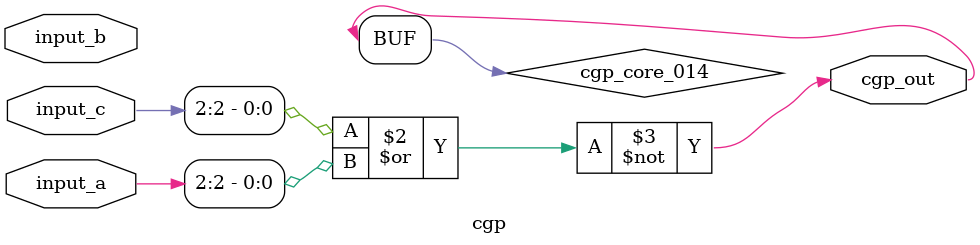
<source format=v>
module cgp(input [2:0] input_a, input [2:0] input_b, input [2:0] input_c, output [0:0] cgp_out);
  wire cgp_core_013;
  wire cgp_core_014;
  wire cgp_core_016;
  wire cgp_core_018;
  wire cgp_core_019;
  wire cgp_core_020;
  wire cgp_core_021;
  wire cgp_core_022;
  wire cgp_core_023;
  wire cgp_core_027;
  wire cgp_core_030;
  wire cgp_core_031;
  wire cgp_core_033_not;
  wire cgp_core_034;
  wire cgp_core_035;
  wire cgp_core_037;
  wire cgp_core_038;
  wire cgp_core_039;
  wire cgp_core_041;
  wire cgp_core_042;

  assign cgp_core_013 = input_b[0] | input_c[2];
  assign cgp_core_014 = ~(input_c[2] | input_a[2]);
  assign cgp_core_016 = input_a[2] ^ input_b[1];
  assign cgp_core_018 = ~(input_b[1] | input_a[2]);
  assign cgp_core_019 = input_c[2] ^ input_c[2];
  assign cgp_core_020 = ~(input_c[2] & input_b[0]);
  assign cgp_core_021 = ~(input_b[0] & input_c[1]);
  assign cgp_core_022 = input_a[1] | input_c[2];
  assign cgp_core_023 = ~(input_c[1] | input_a[1]);
  assign cgp_core_027 = input_c[0] | input_c[2];
  assign cgp_core_030 = ~(input_c[1] & input_c[2]);
  assign cgp_core_031 = input_a[1] | input_c[0];
  assign cgp_core_033_not = ~input_b[0];
  assign cgp_core_034 = ~input_b[2];
  assign cgp_core_035 = input_b[1] & input_c[2];
  assign cgp_core_037 = input_a[2] | input_a[0];
  assign cgp_core_038 = ~(input_a[0] & input_a[1]);
  assign cgp_core_039 = input_c[2] ^ input_b[0];
  assign cgp_core_041 = input_b[1] ^ input_b[1];
  assign cgp_core_042 = ~input_c[0];

  assign cgp_out[0] = cgp_core_014;
endmodule
</source>
